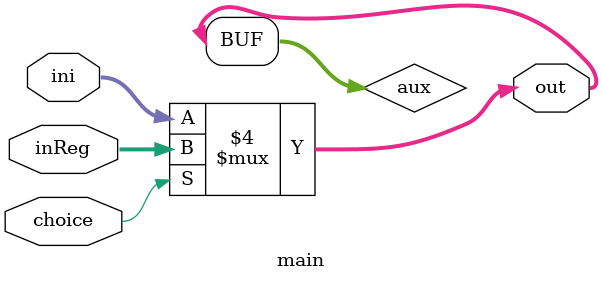
<source format=v>

module main( //Mux of main ALU output accumulator data source
    inReg,
    ini,
    choice,
    out
);
    input[7:0] inReg;
    input[7:0] ini;
    input choice;
    output wire[7:0] out;
    reg[7:0] aux;

always@(*)
    if (choice == 1) begin
        aux <= inReg;
    end else begin
        aux <= ini;
    end

assign out = aux;
    
endmodule
</source>
